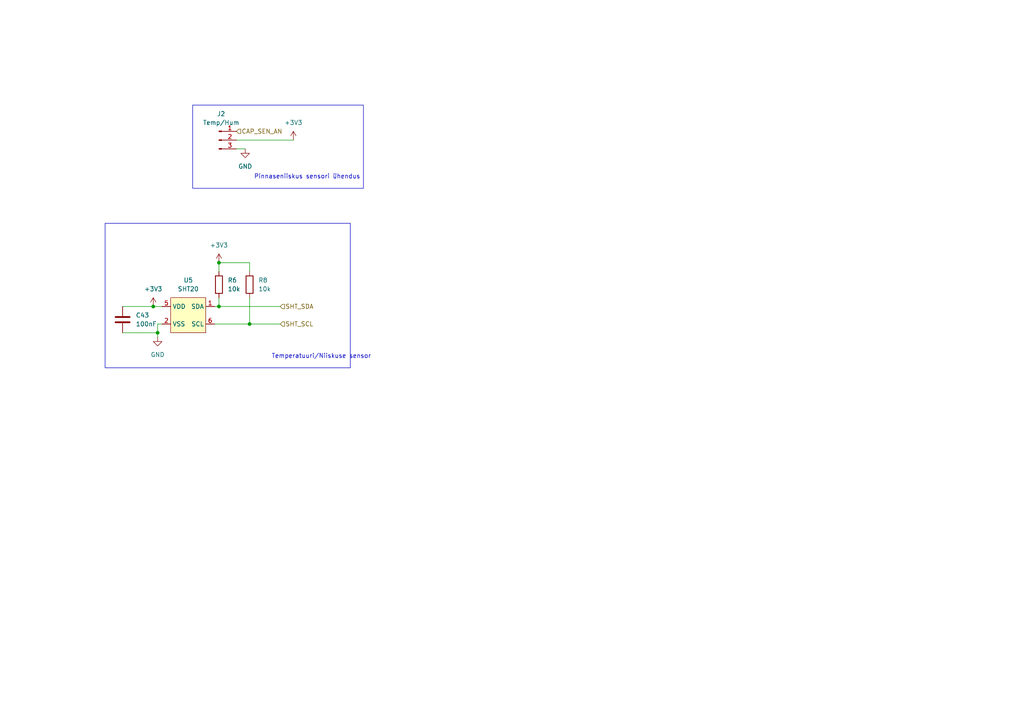
<source format=kicad_sch>
(kicad_sch (version 20230121) (generator eeschema)
  (paper "A4")
  (lib_symbols
    (symbol "Connector:Conn_01x03_Pin" (pin_names (offset 1.016) hide)
      (property "Reference" "J" (at 0 5.08 0))
      (property "Value" "Conn_01x03_Pin" (at 0 -5.08 0))
      (symbol "Conn_01x03_Pin_1_1"
        (polyline (pts (xy 1.27 -2.54) (xy 0.8636 -2.54)) (stroke (width 0.1524)))
        (polyline (pts (xy 1.27 0) (xy 0.8636 0)) (stroke (width 0.1524)))
        (polyline (pts (xy 1.27 2.54) (xy 0.8636 2.54)) (stroke (width 0.1524)))
        (rectangle (start 0.8636 -2.413) (end 0 -2.667) (stroke (width 0.1524)) (fill (type outline)))
        (rectangle (start 0.8636 0.127) (end 0 -0.127) (stroke (width 0.1524)) (fill (type outline)))
        (rectangle (start 0.8636 2.667) (end 0 2.413) (stroke (width 0.1524)) (fill (type outline)))
        (pin passive line (at 5.08 2.54 180) (length 3.81) (name "Pin_1") (number "1"))
        (pin passive line (at 5.08 0 180) (length 3.81) (name "Pin_2") (number "2"))
        (pin passive line (at 5.08 -2.54 180) (length 3.81) (name "Pin_3") (number "3"))
      )
    )
    (symbol "Device:C" (pin_numbers hide) (pin_names (offset 0.254))
      (property "Reference" "C" (at 0.635 2.54 0))
      (property "Value" "C" (at 0.635 -2.54 0))
      (symbol "C_0_1"
        (polyline (pts (xy -2.032 -0.762) (xy 2.032 -0.762)) (stroke (width 0.508)))
        (polyline (pts (xy -2.032 0.762) (xy 2.032 0.762)) (stroke (width 0.508)))
      )
      (symbol "C_1_1"
        (pin passive line (at 0 3.81 270) (length 2.794) (name "~") (number "1"))
        (pin passive line (at 0 -3.81 90) (length 2.794) (name "~") (number "2"))
      )
    )
    (symbol "Device:R" (pin_numbers hide) (pin_names (offset 0))
      (property "Reference" "R" (at 2.032 0 90))
      (property "Value" "R" (at 0 0 90))
      (symbol "R_0_1"
        (rectangle (start -1.016 -2.54) (end 1.016 2.54) (stroke (width 0.254)))
      )
      (symbol "R_1_1"
        (pin passive line (at 0 3.81 270) (length 1.27) (name "~") (number "1"))
        (pin passive line (at 0 -3.81 90) (length 1.27) (name "~") (number "2"))
      )
    )
    (symbol "custom_library:SHT20"
      (property "Reference" "U" (at 1.27 10.16 0))
      (property "Value" "SHT20" (at 1.27 7.62 0))
      (symbol "SHT20_1_1"
        (rectangle (start -3.81 6.35) (end 6.35 -3.81) (fill (type background)))
        (pin input line (at 8.89 3.81 180) (length 2.54) (name "SDA") (number "1"))
        (pin input line (at -6.35 -1.27 0) (length 2.54) (name "VSS") (number "2"))
        (pin no_connect line (at 0 -6.35 90) (length 2.54) hide (name "NC") (number "3"))
        (pin no_connect line (at 2.54 -6.35 90) (length 2.54) hide (name "NC") (number "4"))
        (pin input line (at -6.35 3.81 0) (length 2.54) (name "VDD") (number "5"))
        (pin input line (at 8.89 -1.27 180) (length 2.54) (name "SCL") (number "6"))
      )
    )
    (symbol "power:+3V3" (power) (pin_names (offset 0))
      (property "Value" "+3V3" (at 0 3.556 0))
      (symbol "+3V3_0_1"
        (polyline (pts (xy -0.762 1.27) (xy 0 2.54)))
        (polyline (pts (xy 0 0) (xy 0 2.54)))
        (polyline (pts (xy 0 2.54) (xy 0.762 1.27)))
      )
      (symbol "+3V3_1_1"
        (pin power_in line (at 0 0 90) (length 0) hide (name "+3V3") (number "1"))
      )
    )
    (symbol "power:GND" (power) (pin_names (offset 0))
      (property "Value" "GND" (at 0 -3.81 0))
      (symbol "GND_0_1"
        (polyline (pts (xy 0 0) (xy 0 -1.27) (xy 1.27 -1.27) (xy 0 -2.54) (xy -1.27 -1.27) (xy 0 -1.27)))
      )
      (symbol "GND_1_1"
        (pin power_in line (at 0 0 270) (length 0) hide (name "GND") (number "1"))
      )
    )
  )
  (junction (at 63.5 88.9))
  (junction (at 44.45 88.9))
  (junction (at 45.72 96.52))
  (junction (at 63.5 76.2))
  (junction (at 72.39 93.98))
  (wire (pts (xy 35.56 96.52) (xy 45.72 96.52)))
  (wire (pts (xy 72.39 86.36) (xy 72.39 93.98)))
  (wire (pts (xy 72.39 78.74) (xy 72.39 76.2)))
  (wire (pts (xy 35.56 88.9) (xy 44.45 88.9)))
  (wire (pts (xy 72.39 93.98) (xy 81.28 93.98)))
  (wire (pts (xy 45.72 93.98) (xy 46.99 93.98)))
  (wire (pts (xy 63.5 88.9) (xy 63.5 86.36)))
  (wire (pts (xy 63.5 88.9) (xy 81.28 88.9)))
  (wire (pts (xy 71.12 43.18) (xy 68.58 43.18)))
  (wire (pts (xy 62.23 93.98) (xy 72.39 93.98)))
  (wire (pts (xy 62.23 88.9) (xy 63.5 88.9)))
  (wire (pts (xy 63.5 76.2) (xy 72.39 76.2)))
  (wire (pts (xy 45.72 97.79) (xy 45.72 96.52)))
  (wire (pts (xy 63.5 76.2) (xy 63.5 78.74)))
  (wire (pts (xy 44.45 88.9) (xy 46.99 88.9)))
  (wire (pts (xy 45.72 96.52) (xy 45.72 93.98)))
  (wire (pts (xy 68.58 40.64) (xy 85.09 40.64)))
  (rectangle (start 55.88 30.48) (end 105.41 54.61))
  (rectangle (start 30.48 64.77) (end 101.6 106.68))
  (text "Pinnaseniiskus sensori ühendus" (at 73.66 52.07 0) (effects (font (size 1.27 1.27)) (justify left bottom)))
  (text "Temperatuuri/Niiskuse sensor\n" (at 78.74 104.14 0) (effects (font (size 1.27 1.27)) (justify left bottom)))
  (hierarchical_label "SHT_SDA" (shape input) (at 81.28 88.9 0))
  (hierarchical_label "CAP_SEN_AN" (shape input) (at 68.58 38.1 0))
  (hierarchical_label "SHT_SCL" (shape input) (at 81.28 93.98 0))
  (symbol (lib_id "Connector:Conn_01x03_Pin") (at 63.5 40.64 0) (unit 1)
    (property "Reference" "J2" (at 64.135 33.02 0))
    (property "Value" "Temp/Hum" (at 64.135 35.56 0))
    (property "Footprint" "Connector_PinHeader_1.27mm:PinHeader_1x03_P1.27mm_Vertical" (effects hide))
  )
  (symbol (lib_id "custom_library:SHT20") (at 53.34 92.71 0) (unit 1)
    (property "Reference" "U5" (at 54.61 81.28 0))
    (property "Value" "SHT20" (at 54.61 83.82 0))
    (property "Footprint" "custom:SHT20" (effects hide))
    (property "Datasheet" "https://www.tme.eu/Document/dc7559b9678a6ae41527392847305f19/SHT20-1.1.pdf" (effects hide))
  )
  (symbol (lib_id "power:+3V3") (at 63.5 76.2 0) (unit 1)
    (property "Reference" "#PWR039" (effects hide))
    (property "Value" "+3V3" (at 63.5 71.12 0))
  )
  (symbol (lib_id "power:+3V3") (at 85.09 40.64 0) (unit 1)
    (property "Reference" "#PWR036" (effects hide))
    (property "Value" "+3V3" (at 85.09 35.56 0))
  )
  (symbol (lib_id "power:+3V3") (at 44.45 88.9 0) (unit 1)
    (property "Reference" "#PWR037" (effects hide))
    (property "Value" "+3V3" (at 44.45 83.82 0))
  )
  (symbol (lib_id "Device:R") (at 63.5 82.55 0) (unit 1)
    (property "Reference" "R6" (at 66.04 81.28 0) (effects (justify left)))
    (property "Value" "10k" (at 66.04 83.82 0) (effects (justify left)))
    (property "Footprint" "Resistor_SMD:R_0603_1608Metric_Pad0.98x0.95mm_HandSolder" (effects hide))
  )
  (symbol (lib_id "Device:C") (at 35.56 92.71 180) (unit 1)
    (property "Reference" "C43" (at 39.37 91.44 0) (effects (justify right)))
    (property "Value" "100nF" (at 39.37 93.98 0) (effects (justify right)))
    (property "Footprint" "Capacitor_SMD:C_0603_1608Metric_Pad1.08x0.95mm_HandSolder" (effects hide))
  )
  (symbol (lib_id "power:GND") (at 71.12 43.18 0) (unit 1)
    (property "Reference" "#PWR035" (effects hide))
    (property "Value" "GND" (at 71.12 48.26 0))
  )
  (symbol (lib_id "Device:R") (at 72.39 82.55 0) (unit 1)
    (property "Reference" "R8" (at 74.93 81.28 0) (effects (justify left)))
    (property "Value" "10k" (at 74.93 83.82 0) (effects (justify left)))
    (property "Footprint" "Resistor_SMD:R_0603_1608Metric_Pad0.98x0.95mm_HandSolder" (effects hide))
  )
  (symbol (lib_id "power:GND") (at 45.72 97.79 0) (unit 1)
    (property "Reference" "#PWR038" (effects hide))
    (property "Value" "GND" (at 45.72 102.87 0))
  )
)
</source>
